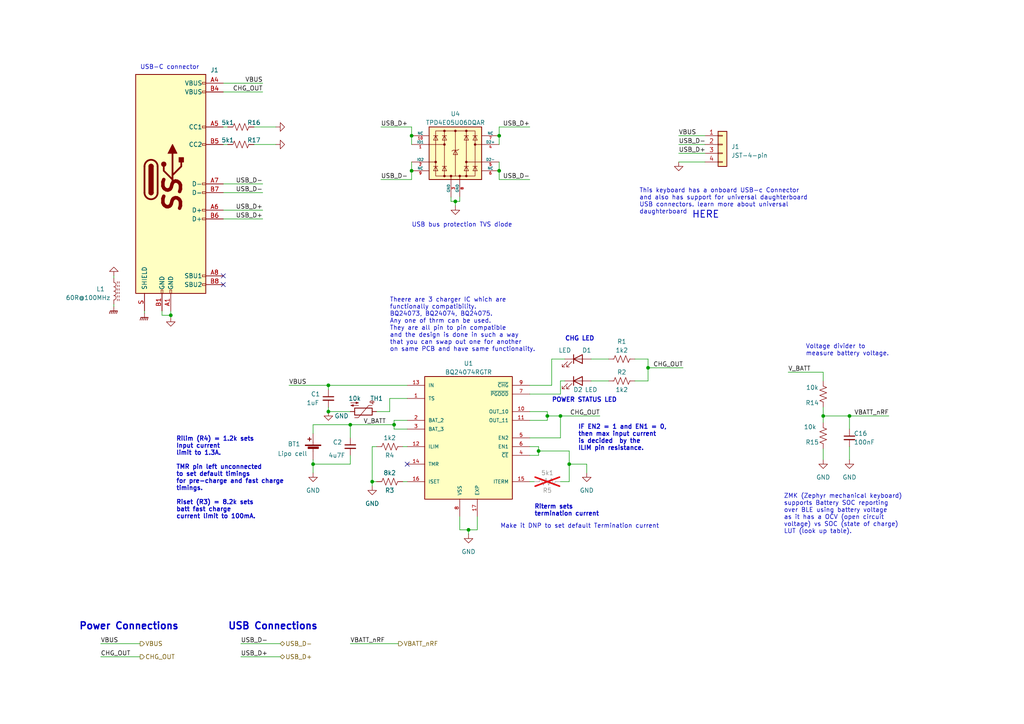
<source format=kicad_sch>
(kicad_sch (version 20231120) (generator "eeschema") (generator_version "8.0")
  (paper "A4")
  (title_block (title "USB and Power Path ") (date "2024-02-17") (rev "1.0") (company "HW-tinkerers"))
  (lib_symbols
    (symbol "Device:C_Small" (pin_numbers hide) (pin_names (offset 0.254) hide)
      (property "Reference" "C" (at 0.254 1.778 0))
      (property "Value" "C_Small" (at 0.254 -2.032 0))
      (symbol "C_Small_0_1"
        (polyline (pts (xy -1.524 -0.508) (xy 1.524 -0.508)) (stroke (width 0.3302)))
        (polyline (pts (xy -1.524 0.508) (xy 1.524 0.508)) (stroke (width 0.3048)))
      )
      (symbol "C_Small_1_1"
        (pin passive line (at 0 2.54 270) (length 2.032) (name "~") (number "1"))
        (pin passive line (at 0 -2.54 90) (length 2.032) (name "~") (number "2"))
      )
    )
    (symbol "GNDPWR_1" (power) (pin_numbers hide) (pin_names (offset 0) hide)
      (property "Value" "GNDPWR_1" (at 0 -3.302 0))
      (symbol "GNDPWR_1_0_1"
        (polyline (pts (xy 0 -1.27) (xy 0 0)))
        (polyline (pts (xy -1.016 -1.27) (xy -1.27 -2.032) (xy -1.27 -2.032)) (stroke (width 0.2032)))
        (polyline (pts (xy -0.508 -1.27) (xy -0.762 -2.032) (xy -0.762 -2.032)) (stroke (width 0.2032)))
        (polyline (pts (xy 0 -1.27) (xy -0.254 -2.032) (xy -0.254 -2.032)) (stroke (width 0.2032)))
        (polyline (pts (xy 0.508 -1.27) (xy 0.254 -2.032) (xy 0.254 -2.032)) (stroke (width 0.2032)))
        (polyline (pts (xy 1.016 -1.27) (xy -1.016 -1.27) (xy -1.016 -1.27)) (stroke (width 0.2032)))
        (polyline (pts (xy 1.016 -1.27) (xy 0.762 -2.032) (xy 0.762 -2.032) (xy 0.762 -2.032)) (stroke (width 0.2032)))
      )
      (symbol "GNDPWR_1_1_1"
        (pin power_in line (at 0 0 270) (length 0) hide (name "GNDPWR") (number "1"))
      )
    )
    (symbol "GND_1" (power) (pin_numbers hide) (pin_names (offset 0) hide)
      (property "Value" "GND_1" (at 0 -3.81 0))
      (symbol "GND_1_0_1"
        (polyline (pts (xy 0 0) (xy 0 -1.27) (xy 1.27 -1.27) (xy 0 -2.54) (xy -1.27 -1.27) (xy 0 -1.27)))
      )
      (symbol "GND_1_1_1"
        (pin power_in line (at 0 0 270) (length 0) hide (name "GND") (number "1"))
      )
    )
    (symbol "Unified-Daughterboard-rescue:L_Core_Ferrite-Device" (pin_numbers hide) (pin_names (offset 1.016) hide)
      (property "Reference" "L" (at -1.27 0 90))
      (property "Value" "L_Core_Ferrite-Device" (at 2.794 0 90))
      (symbol "L_Core_Ferrite-Device_0_1"
        (arc (start 0 -2.54) (mid 0.6323 -1.905) (end 0 -1.27))
        (arc (start 0 -1.27) (mid 0.6323 -0.635) (end 0 0))
        (polyline (pts (xy 1.016 -2.794) (xy 1.016 -2.286)))
        (polyline (pts (xy 1.016 -1.778) (xy 1.016 -1.27)))
        (polyline (pts (xy 1.016 -0.762) (xy 1.016 -0.254)))
        (polyline (pts (xy 1.016 0.254) (xy 1.016 0.762)))
        (polyline (pts (xy 1.016 1.27) (xy 1.016 1.778)))
        (polyline (pts (xy 1.016 2.286) (xy 1.016 2.794)))
        (polyline (pts (xy 1.524 -2.286) (xy 1.524 -2.794)))
        (polyline (pts (xy 1.524 -1.27) (xy 1.524 -1.778)))
        (polyline (pts (xy 1.524 -0.254) (xy 1.524 -0.762)))
        (polyline (pts (xy 1.524 0.762) (xy 1.524 0.254)))
        (polyline (pts (xy 1.524 1.778) (xy 1.524 1.27)))
        (polyline (pts (xy 1.524 2.794) (xy 1.524 2.286)))
        (arc (start 0 0) (mid 0.6323 0.635) (end 0 1.27))
        (arc (start 0 1.27) (mid 0.6323 1.905) (end 0 2.54))
      )
      (symbol "L_Core_Ferrite-Device_1_1"
        (pin passive line (at 0 3.81 270) (length 1.27) (name "1") (number "1"))
        (pin passive line (at 0 -3.81 90) (length 1.27) (name "2") (number "2"))
      )
    )
    (symbol "Unified-Daughterboard-rescue:TYPE-C-31-M12_13-acheronSymbols" (pin_names (offset 1.016))
      (property "Reference" "J" (at -1.27 35.56 0))
      (property "Value" "TYPE-C-31-M12_13-acheronSymbols" (at 10.16 33.02 0))
      (symbol "TYPE-C-31-M12_13-acheronSymbols_0_0"
        (rectangle (start -0.254 -31.75) (end 0.254 -30.734))
        (rectangle (start 10.16 -28.956) (end 9.144 -29.464))
        (rectangle (start 10.16 -26.416) (end 9.144 -26.924))
        (rectangle (start 10.16 -9.906) (end 9.144 -10.414))
        (rectangle (start 10.16 -7.366) (end 9.144 -7.874))
        (rectangle (start 10.16 -2.286) (end 9.144 -2.794))
        (rectangle (start 10.16 0.254) (end 9.144 -0.254))
        (rectangle (start 10.16 11.684) (end 9.144 11.176))
        (rectangle (start 10.16 16.764) (end 9.144 16.256))
        (rectangle (start 10.16 29.464) (end 9.144 28.956))
        (text "SS" (at 0.508 -3.175 900) (effects (font (size 5.08 5.08) (bold yes) (italic yes))))
      )
      (symbol "TYPE-C-31-M12_13-acheronSymbols_0_1"
        (rectangle (start -10.16 31.75) (end 10.16 -31.75) (stroke (width 0.254)) (fill (type background)))
        (arc (start -7.62 -2.54) (mid -5.715 -4.4367) (end -3.81 -2.54) (stroke (width 0.508)))
        (arc (start -6.35 -2.54) (mid -5.715 -3.1723) (end -5.08 -2.54) (stroke (width 0.254)))
        (arc (start -6.35 -2.54) (mid -5.715 -3.1723) (end -5.08 -2.54) (stroke (width 0.254)) (fill (type outline)))
        (rectangle (start -6.35 -2.54) (end -5.08 5.08) (stroke (width 0.254)) (fill (type outline)))
        (arc (start -5.08 5.08) (mid -5.715 5.7123) (end -6.35 5.08) (stroke (width 0.254)))
        (arc (start -5.08 5.08) (mid -5.715 5.7123) (end -6.35 5.08) (stroke (width 0.254)) (fill (type outline)))
        (arc (start -3.81 5.08) (mid -5.715 6.9767) (end -7.62 5.08) (stroke (width 0.508)))
        (circle (center -2.032 5.715) (radius 0.635) (stroke (width 0.254)) (fill (type outline)))
        (polyline (pts (xy -7.62 -2.54) (xy -7.62 5.08)) (stroke (width 0.508)))
        (polyline (pts (xy -3.81 5.08) (xy -3.81 -2.54)) (stroke (width 0.508)))
        (polyline (pts (xy 0.508 0) (xy 0.508 8.89)) (stroke (width 0.508)))
        (polyline (pts (xy 0.508 1.27) (xy -2.032 3.81) (xy -2.032 5.08)) (stroke (width 0.508)))
        (polyline (pts (xy 0.508 2.54) (xy 3.048 5.08) (xy 3.048 6.35)) (stroke (width 0.508)))
        (polyline (pts (xy -0.762 8.89) (xy 0.508 11.43) (xy 1.778 8.89) (xy -0.762 8.89)) (stroke (width 0.254)) (fill (type outline)))
        (rectangle (start 2.413 6.35) (end 3.683 7.62) (stroke (width 0.254)) (fill (type outline)))
      )
      (symbol "TYPE-C-31-M12_13-acheronSymbols_1_1"
        (rectangle (start -2.794 -31.75) (end -2.286 -30.734))
        (rectangle (start 10.16 26.924) (end 9.144 26.416))
        (pin power_out line (at 0 -36.83 90) (length 5.08) (name "GND") (number "A1"))
        (pin power_out line (at 15.24 29.21 180) (length 5.08) (name "VBUS") (number "A4"))
        (pin bidirectional line (at 15.24 16.51 180) (length 5.08) (name "CC1") (number "A5"))
        (pin bidirectional line (at 15.24 -7.62 180) (length 5.08) (name "D+") (number "A6"))
        (pin bidirectional line (at 15.24 0 180) (length 5.08) (name "D-") (number "A7"))
        (pin bidirectional line (at 15.24 -26.67 180) (length 5.08) (name "SBU1") (number "A8"))
        (pin power_out line (at -2.54 -36.83 90) (length 5.08) (name "GND") (number "B1"))
        (pin power_out line (at 15.24 26.67 180) (length 5.08) (name "VBUS") (number "B4"))
        (pin bidirectional line (at 15.24 11.43 180) (length 5.08) (name "CC2") (number "B5"))
        (pin bidirectional line (at 15.24 -10.16 180) (length 5.08) (name "D+") (number "B6"))
        (pin bidirectional line (at 15.24 -2.54 180) (length 5.08) (name "D-") (number "B7"))
        (pin bidirectional line (at 15.24 -29.21 180) (length 5.08) (name "SBU2") (number "B8"))
        (pin passive line (at -7.62 -36.83 90) (length 5.08) (name "SHIELD") (number "S"))
      )
    )
    (symbol "keyboard:BQ24074RGTR" (pin_names (offset 1.016))
      (property "Reference" "U1" (at 0 21.59 0))
      (property "Value" "BQ24074RGTR" (at 0 19.05 0))
      (symbol "BQ24074RGTR_0_0"
        (rectangle (start -12.7 -17.78) (end 12.7 17.78) (stroke (width 0.254)) (fill (type background)))
        (pin input line (at -17.78 11.43 0) (length 5.08) (name "TS") (number "1"))
        (pin output line (at 17.78 7.62 180) (length 5.08) (name "OUT_10") (number "10"))
        (pin output line (at 17.78 5.08 180) (length 5.08) (name "OUT_11") (number "11"))
        (pin input line (at -17.78 -2.54 0) (length 5.08) (name "ILIM") (number "12"))
        (pin input line (at -17.78 15.24 0) (length 5.08) (name "IN") (number "13"))
        (pin input line (at -17.78 -7.62 0) (length 5.08) (name "TMR") (number "14"))
        (pin input line (at 17.78 -12.7 180) (length 5.08) (name "ITERM") (number "15"))
        (pin bidirectional line (at -17.78 -12.7 0) (length 5.08) (name "ISET") (number "16"))
        (pin power_in line (at 2.54 -22.86 90) (length 5.08) (name "EXP") (number "17"))
        (pin bidirectional line (at -17.78 5.08 0) (length 5.08) (name "BAT_2") (number "2"))
        (pin bidirectional line (at -17.78 2.54 0) (length 5.08) (name "BAT_3") (number "3"))
        (pin input line (at 17.78 -5.08 180) (length 5.08) (name "~{CE}") (number "4"))
        (pin input line (at 17.78 0 180) (length 5.08) (name "EN2") (number "5"))
        (pin input line (at 17.78 -2.54 180) (length 5.08) (name "EN1") (number "6"))
        (pin output line (at 17.78 12.7 180) (length 5.08) (name "~{PGOOD}") (number "7"))
        (pin power_in line (at -2.54 -22.86 90) (length 5.08) (name "VSS") (number "8"))
        (pin output line (at 17.78 15.24 180) (length 5.08) (name "~{CHG}") (number "9"))
      )
    )
    (symbol "keyboard:Battery_Cell" (pin_numbers hide) (pin_names (offset 0) hide)
      (property "Reference" "BT1" (at 3.683 2.032 0))
      (property "Value" "Lipo cell" (at 1.651 -0.762 0))
      (symbol "Battery_Cell_0_1"
        (rectangle (start -2.286 1.778) (end 2.286 1.524) (fill (type outline)))
        (rectangle (start -1.5748 1.1938) (end 1.4732 0.6858) (fill (type outline)))
        (polyline (pts (xy 0 0.762) (xy 0 0)))
        (polyline (pts (xy 0 1.778) (xy 0 2.54)))
        (polyline (pts (xy 0.508 3.429) (xy 1.524 3.429)) (stroke (width 0.254)))
        (polyline (pts (xy 1.016 3.937) (xy 1.016 2.921)) (stroke (width 0.254)))
      )
      (symbol "Battery_Cell_1_1"
        (pin passive line (at 0 5.08 270) (length 2.54) (name "+") (number "1"))
        (pin passive line (at 0 -2.54 90) (length 2.54) (name "-") (number "2"))
      )
    )
    (symbol "keyboard:C_Small" (pin_numbers hide) (pin_names (offset 0.254) hide)
      (property "Reference" "C" (at 0.254 1.778 0))
      (property "Value" "C_Small" (at 0.254 -2.032 0))
      (symbol "C_Small_0_1"
        (polyline (pts (xy -1.524 -0.508) (xy 1.524 -0.508)) (stroke (width 0.3302)))
        (polyline (pts (xy -1.524 0.508) (xy 1.524 0.508)) (stroke (width 0.3048)))
      )
      (symbol "C_Small_1_1"
        (pin passive line (at 0 2.54 270) (length 2.032) (name "~") (number "1"))
        (pin passive line (at 0 -2.54 90) (length 2.032) (name "~") (number "2"))
      )
    )
    (symbol "keyboard:JST-4-pin" (pin_names (offset 1.016) hide)
      (property "Reference" "J" (at 0 5.08 0))
      (property "Value" "JST-4-pin" (at 0 -7.62 0))
      (symbol "JST-4-pin_1_1"
        (rectangle (start -1.27 -4.953) (end 0 -5.207) (stroke (width 0.1524)))
        (rectangle (start -1.27 -2.413) (end 0 -2.667) (stroke (width 0.1524)))
        (rectangle (start -1.27 0.127) (end 0 -0.127) (stroke (width 0.1524)))
        (rectangle (start -1.27 2.667) (end 0 2.413) (stroke (width 0.1524)))
        (rectangle (start -1.27 3.81) (end 1.27 -6.35) (stroke (width 0.254)) (fill (type background)))
        (pin passive line (at -5.08 2.54 0) (length 3.81) (name "Pin_1") (number "1"))
        (pin passive line (at -5.08 0 0) (length 3.81) (name "Pin_2") (number "2"))
        (pin passive line (at -5.08 -2.54 0) (length 3.81) (name "Pin_3") (number "3"))
        (pin passive line (at -5.08 -5.08 0) (length 3.81) (name "Pin_4") (number "4"))
      )
    )
    (symbol "keyboard:LED" (pin_numbers hide) (pin_names (offset 1.016) hide)
      (property "Reference" "D" (at 0 2.54 0))
      (property "Value" "LED" (at 0 -2.54 0))
      (symbol "LED_0_1"
        (polyline (pts (xy -1.27 -1.27) (xy -1.27 1.27)) (stroke (width 0.254)))
        (polyline (pts (xy -1.27 0) (xy 1.27 0)))
        (polyline (pts (xy 1.27 -1.27) (xy 1.27 1.27) (xy -1.27 0) (xy 1.27 -1.27)) (stroke (width 0.254)))
        (polyline (pts (xy -3.048 -0.762) (xy -4.572 -2.286) (xy -3.81 -2.286) (xy -4.572 -2.286) (xy -4.572 -1.524)))
        (polyline (pts (xy -1.778 -0.762) (xy -3.302 -2.286) (xy -2.54 -2.286) (xy -3.302 -2.286) (xy -3.302 -1.524)))
      )
      (symbol "LED_1_1"
        (pin passive line (at -3.81 0 0) (length 2.54) (name "K") (number "1"))
        (pin passive line (at 3.81 0 180) (length 2.54) (name "A") (number "2"))
      )
    )
    (symbol "keyboard:R_US" (pin_numbers hide) (pin_names (offset 0))
      (property "Reference" "R" (at 0 -2.54 0))
      (property "Value" "R_US" (at 0 2.54 0))
      (symbol "R_US_0_1"
        (polyline (pts (xy -2.286 0) (xy -2.54 0)))
        (polyline (pts (xy 2.286 0) (xy 2.54 0)))
        (polyline (pts (xy -0.762 0) (xy -1.143 -1.016) (xy -1.524 0) (xy -1.905 1.016) (xy -2.286 0)))
        (polyline (pts (xy 0.762 0) (xy 0.381 -1.016) (xy 0 0) (xy -0.381 1.016) (xy -0.762 0)))
        (polyline (pts (xy 2.286 0) (xy 1.905 -1.016) (xy 1.524 0) (xy 1.143 1.016) (xy 0.762 0)))
      )
      (symbol "R_US_1_1"
        (pin passive line (at 3.81 0 180) (length 1.27) (name "~") (number "1"))
        (pin passive line (at -3.81 0 0) (length 1.27) (name "~") (number "2"))
      )
    )
    (symbol "keyboard:Thermistor_NTC" (pin_numbers hide) (pin_names (offset 0))
      (property "Reference" "TH" (at -4.445 0 90))
      (property "Value" "Thermistor_NTC" (at 3.175 0 90))
      (symbol "Thermistor_NTC_0_1"
        (arc (start -3.048 2.159) (mid -3.0495 2.3143) (end -3.175 2.413))
        (arc (start -3.048 2.159) (mid -2.9736 1.9794) (end -2.794 1.905))
        (arc (start -3.048 2.794) (mid -2.9736 2.6144) (end -2.794 2.54))
        (arc (start -2.794 1.905) (mid -2.6144 1.9794) (end -2.54 2.159))
        (arc (start -2.794 2.54) (mid -2.4393 2.5587) (end -2.159 2.794))
        (arc (start -2.794 3.048) (mid -2.9736 2.9736) (end -3.048 2.794))
        (arc (start -2.54 2.794) (mid -2.6144 2.9736) (end -2.794 3.048))
        (rectangle (start -1.016 2.54) (end 1.016 -2.54) (stroke (width 0.254)))
        (polyline (pts (xy -2.54 2.159) (xy -2.54 2.794)))
        (polyline (pts (xy -1.778 2.54) (xy -1.778 1.524) (xy 1.778 -1.524) (xy 1.778 -2.54)))
        (polyline (pts (xy -2.54 -3.683) (xy -2.54 -1.397) (xy -2.794 -2.159) (xy -2.286 -2.159) (xy -2.54 -1.397) (xy -2.54 -1.651)) (fill (type outline)))
        (polyline (pts (xy -1.778 -1.397) (xy -1.778 -3.683) (xy -2.032 -2.921) (xy -1.524 -2.921) (xy -1.778 -3.683) (xy -1.778 -3.429)) (fill (type outline)))
      )
      (symbol "Thermistor_NTC_1_1"
        (pin passive line (at 0 3.81 270) (length 1.27) (name "~") (number "1"))
        (pin passive line (at 0 -3.81 90) (length 1.27) (name "~") (number "2"))
      )
    )
    (symbol "keyboard:USB-protection-diode" (pin_names (offset 0))
      (property "Reference" "U4" (at 0 11.8364 0))
      (property "Value" "TPD4E05U06DQAR" (at 0 9.525 0))
      (symbol "USB-protection-diode_0_0"
        (rectangle (start -5.715 6.477) (end 5.715 -6.604))
        (polyline (pts (xy -3.175 -6.604) (xy -3.175 6.477)))
        (polyline (pts (xy 0 6.477) (xy 0 -6.604)))
        (polyline (pts (xy 3.175 6.477) (xy 3.175 -6.604)))
      )
      (symbol "USB-protection-diode_0_1"
        (rectangle (start -7.62 7.62) (end 7.62 -7.62) (stroke (width 0.254)) (fill (type background)))
        (circle (center -5.715 -2.54) (radius 0.2794) (fill (type outline)))
        (circle (center -3.175 -6.604) (radius 0.2794) (fill (type outline)))
        (circle (center -3.175 2.54) (radius 0.2794) (fill (type outline)))
        (circle (center -3.175 6.477) (radius 0.2794) (fill (type outline)))
        (circle (center -1.27 -6.604) (radius 0.2794) (fill (type outline)))
        (polyline (pts (xy -7.747 2.54) (xy -3.175 2.54)))
        (polyline (pts (xy -7.62 -2.54) (xy -5.715 -2.54)))
        (polyline (pts (xy -5.08 -3.81) (xy -6.35 -3.81)))
        (polyline (pts (xy -5.08 5.08) (xy -6.35 5.08)))
        (polyline (pts (xy -2.54 -3.81) (xy -3.81 -3.81)))
        (polyline (pts (xy -2.54 5.08) (xy -3.81 5.08)))
        (polyline (pts (xy -1.27 -6.604) (xy -1.27 -7.62)))
        (polyline (pts (xy -0.635 0.889) (xy -1.016 0.635)))
        (polyline (pts (xy 0.635 0.889) (xy -0.635 0.889)))
        (polyline (pts (xy 0.635 0.889) (xy 1.016 1.143)))
        (polyline (pts (xy 3.81 -3.81) (xy 2.54 -3.81)))
        (polyline (pts (xy 3.81 5.08) (xy 2.54 5.08)))
        (polyline (pts (xy 6.35 -3.81) (xy 5.08 -3.81)))
        (polyline (pts (xy 6.35 5.08) (xy 5.08 5.08)))
        (polyline (pts (xy 7.62 -2.54) (xy 3.175 -2.54)))
        (polyline (pts (xy 7.62 2.54) (xy 5.715 2.54)))
        (polyline (pts (xy -5.08 -5.08) (xy -6.35 -5.08) (xy -5.715 -3.81) (xy -5.08 -5.08)))
        (polyline (pts (xy -5.08 3.81) (xy -6.35 3.81) (xy -5.715 5.08) (xy -5.08 3.81)))
        (polyline (pts (xy -2.54 -5.08) (xy -3.81 -5.08) (xy -3.175 -3.81) (xy -2.54 -5.08)))
        (polyline (pts (xy -2.54 3.81) (xy -3.81 3.81) (xy -3.175 5.08) (xy -2.54 3.81)))
        (polyline (pts (xy 0.635 -0.381) (xy -0.635 -0.381) (xy 0 0.889) (xy 0.635 -0.381)))
        (polyline (pts (xy 3.81 -5.08) (xy 2.54 -5.08) (xy 3.175 -3.81) (xy 3.81 -5.08)))
        (polyline (pts (xy 3.81 3.81) (xy 2.54 3.81) (xy 3.175 5.08) (xy 3.81 3.81)))
        (polyline (pts (xy 6.35 -5.08) (xy 5.08 -5.08) (xy 5.715 -3.81) (xy 6.35 -5.08)))
        (polyline (pts (xy 6.35 3.81) (xy 5.08 3.81) (xy 5.715 5.08) (xy 6.35 3.81)))
        (circle (center 0 6.477) (radius 0.2794) (fill (type outline)))
        (circle (center 3.175 -6.604) (radius 0.2794) (fill (type outline)))
        (circle (center 3.175 -2.54) (radius 0.2794) (fill (type outline)))
        (circle (center 3.175 6.477) (radius 0.2794) (fill (type outline)))
        (circle (center 5.715 2.54) (radius 0.2794) (fill (type outline)))
      )
      (symbol "USB-protection-diode_1_1"
        (polyline (pts (xy 1.27 -6.604) (xy 1.27 -7.62)))
        (circle (center 1.27 -6.604) (radius 0.2794) (fill (type outline)))
        (pin bidirectional line (at -12.7 2.54 0) (length 5.08) (name "IO1") (number "1"))
        (pin bidirectional line (at -12.7 5.08 0) (length 5.08) (name "NC") (number "10"))
        (pin bidirectional line (at -12.7 -2.54 0) (length 5.08) (name "IO2") (number "2"))
        (pin power_in line (at -1.27 -12.7 90) (length 5.08) (name "GND") (number "3"))
        (pin bidirectional line (at 12.7 2.54 180) (length 5.08) (name "D2+") (number "4"))
        (pin bidirectional line (at 12.7 -2.54 180) (length 5.08) (name "D2-") (number "5"))
        (pin bidirectional line (at 12.7 -5.08 180) (length 5.08) (name "NC") (number "6"))
        (pin bidirectional line (at 12.7 5.08 180) (length 5.08) (name "NC") (number "7"))
        (pin power_in line (at 1.27 -12.7 90) (length 5.08) (name "GND") (number "8"))
        (pin bidirectional line (at -12.7 -5.08 0) (length 5.08) (name "NC") (number "9"))
      )
    )
    (symbol "power:GND" (power) (pin_names (offset 0))
      (property "Value" "GND" (at 0 -3.81 0))
      (symbol "GND_0_1"
        (polyline (pts (xy 0 0) (xy 0 -1.27) (xy 1.27 -1.27) (xy 0 -2.54) (xy -1.27 -1.27) (xy 0 -1.27)))
      )
      (symbol "GND_1_1"
        (pin power_in line (at 0 0 270) (length 0) hide (name "GND") (number "1"))
      )
    )
  )
  (junction (at 101.6 123.19))
  (junction (at 95.25 111.76))
  (junction (at 156.21 130.81))
  (junction (at 119.38 39.37))
  (junction (at 158.75 120.65))
  (junction (at 132.08 58.42))
  (junction (at 135.89 153.67))
  (junction (at 119.38 49.53))
  (junction (at 49.53 91.44))
  (junction (at 187.96 106.68))
  (junction (at 165.1 134.62))
  (junction (at 162.56 120.65))
  (junction (at 95.25 119.38))
  (junction (at 107.95 139.7))
  (junction (at 90.805 134.62))
  (junction (at 144.78 49.53))
  (junction (at 238.76 120.65))
  (junction (at 144.78 39.37))
  (junction (at 114.3 123.19))
  (junction (at 246.38 120.65))
  (no_connect (at 64.77 80.01))
  (no_connect (at 64.77 82.55))
  (no_connect (at 118.11 134.62))
  (wire (pts (xy 153.67 139.7) (xy 154.94 139.7)))
  (wire (pts (xy 144.78 52.07) (xy 153.67 52.07)))
  (wire (pts (xy 101.6 123.19) (xy 114.3 123.19)))
  (wire (pts (xy 196.85 44.45) (xy 204.47 44.45)))
  (wire (pts (xy 116.84 129.54) (xy 118.11 129.54)))
  (wire (pts (xy 33.02 88.265) (xy 33.02 88.9)))
  (wire (pts (xy 160.02 104.14) (xy 163.83 104.14)))
  (wire (pts (xy 69.85 186.69) (xy 81.28 186.69)))
  (wire (pts (xy 101.6 186.69) (xy 115.57 186.69)))
  (wire (pts (xy 138.43 149.86) (xy 138.43 153.67)))
  (wire (pts (xy 163.83 110.49) (xy 162.56 110.49)))
  (wire (pts (xy 153.67 36.83) (xy 144.78 36.83)))
  (wire (pts (xy 107.95 139.7) (xy 107.95 140.97)))
  (wire (pts (xy 238.76 120.65) (xy 246.38 120.65)))
  (wire (pts (xy 64.77 53.34) (xy 76.2 53.34)))
  (wire (pts (xy 156.21 129.54) (xy 156.21 130.81)))
  (wire (pts (xy 246.38 129.54) (xy 246.38 133.35)))
  (wire (pts (xy 64.77 41.91) (xy 66.04 41.91)))
  (wire (pts (xy 238.76 120.65) (xy 238.76 122.555)))
  (wire (pts (xy 119.38 39.37) (xy 119.38 41.91)))
  (wire (pts (xy 109.22 139.7) (xy 107.95 139.7)))
  (wire (pts (xy 113.03 115.57) (xy 118.11 115.57)))
  (wire (pts (xy 170.18 134.62) (xy 170.18 137.16)))
  (wire (pts (xy 95.25 111.76) (xy 118.11 111.76)))
  (wire (pts (xy 113.03 119.38) (xy 113.03 115.57)))
  (wire (pts (xy 41.91 90.17) (xy 41.91 90.805)))
  (wire (pts (xy 153.67 129.54) (xy 156.21 129.54)))
  (wire (pts (xy 196.85 39.37) (xy 204.47 39.37)))
  (wire (pts (xy 246.38 120.65) (xy 257.81 120.65)))
  (wire (pts (xy 64.77 24.13) (xy 76.2 24.13)))
  (wire (pts (xy 49.53 90.17) (xy 49.53 91.44)))
  (wire (pts (xy 162.56 120.65) (xy 173.99 120.65)))
  (wire (pts (xy 119.38 46.99) (xy 119.38 49.53)))
  (wire (pts (xy 153.67 127) (xy 162.56 127)))
  (wire (pts (xy 144.78 36.83) (xy 144.78 39.37)))
  (wire (pts (xy 238.76 118.11) (xy 238.76 120.65)))
  (wire (pts (xy 156.21 130.81) (xy 156.21 132.08)))
  (wire (pts (xy 246.38 120.65) (xy 246.38 124.46)))
  (wire (pts (xy 187.96 104.14) (xy 187.96 106.68)))
  (wire (pts (xy 187.96 106.68) (xy 198.12 106.68)))
  (wire (pts (xy 135.89 153.67) (xy 138.43 153.67)))
  (wire (pts (xy 64.77 36.83) (xy 66.04 36.83)))
  (wire (pts (xy 162.56 114.3) (xy 153.67 114.3)))
  (wire (pts (xy 119.38 36.83) (xy 119.38 39.37)))
  (wire (pts (xy 132.08 58.42) (xy 132.08 59.69)))
  (wire (pts (xy 133.35 153.67) (xy 135.89 153.67)))
  (wire (pts (xy 165.1 134.62) (xy 165.1 139.7)))
  (wire (pts (xy 130.81 58.42) (xy 132.08 58.42)))
  (wire (pts (xy 135.89 153.67) (xy 135.89 154.94)))
  (wire (pts (xy 130.81 57.15) (xy 130.81 58.42)))
  (wire (pts (xy 73.66 41.91) (xy 80.01 41.91)))
  (wire (pts (xy 171.45 104.14) (xy 176.53 104.14)))
  (wire (pts (xy 144.78 49.53) (xy 144.78 52.07)))
  (wire (pts (xy 101.6 119.38) (xy 95.25 119.38)))
  (wire (pts (xy 69.85 190.5) (xy 81.28 190.5)))
  (wire (pts (xy 109.22 119.38) (xy 113.03 119.38)))
  (wire (pts (xy 29.21 190.5) (xy 40.64 190.5)))
  (wire (pts (xy 64.77 60.96) (xy 76.2 60.96)))
  (wire (pts (xy 228.6 107.95) (xy 238.76 107.95)))
  (wire (pts (xy 158.75 120.65) (xy 158.75 121.92)))
  (wire (pts (xy 114.3 121.92) (xy 114.3 123.19)))
  (wire (pts (xy 153.67 111.76) (xy 160.02 111.76)))
  (wire (pts (xy 64.77 63.5) (xy 76.2 63.5)))
  (wire (pts (xy 46.99 90.17) (xy 46.99 91.44)))
  (wire (pts (xy 49.53 91.44) (xy 49.53 92.075)))
  (wire (pts (xy 238.76 110.49) (xy 238.76 107.95)))
  (wire (pts (xy 132.08 58.42) (xy 133.35 58.42)))
  (wire (pts (xy 160.02 111.76) (xy 160.02 104.14)))
  (wire (pts (xy 64.77 55.88) (xy 76.2 55.88)))
  (wire (pts (xy 144.78 39.37) (xy 144.78 41.91)))
  (wire (pts (xy 187.96 106.68) (xy 187.96 110.49)))
  (wire (pts (xy 158.75 119.38) (xy 158.75 120.65)))
  (wire (pts (xy 118.11 121.92) (xy 114.3 121.92)))
  (wire (pts (xy 171.45 110.49) (xy 176.53 110.49)))
  (wire (pts (xy 153.67 132.08) (xy 156.21 132.08)))
  (wire (pts (xy 29.21 186.69) (xy 40.64 186.69)))
  (wire (pts (xy 90.805 137.16) (xy 90.805 134.62)))
  (wire (pts (xy 133.35 149.86) (xy 133.35 153.67)))
  (wire (pts (xy 162.56 127) (xy 162.56 120.65)))
  (wire (pts (xy 184.15 110.49) (xy 187.96 110.49)))
  (wire (pts (xy 114.3 124.46) (xy 118.11 124.46)))
  (wire (pts (xy 95.25 118.11) (xy 95.25 119.38)))
  (wire (pts (xy 107.95 129.54) (xy 107.95 139.7)))
  (wire (pts (xy 90.805 134.62) (xy 101.6 134.62)))
  (wire (pts (xy 83.82 111.76) (xy 95.25 111.76)))
  (wire (pts (xy 49.53 91.44) (xy 46.99 91.44)))
  (wire (pts (xy 95.25 113.03) (xy 95.25 111.76)))
  (wire (pts (xy 165.1 139.7) (xy 162.56 139.7)))
  (wire (pts (xy 90.805 125.73) (xy 90.805 123.19)))
  (wire (pts (xy 153.67 119.38) (xy 158.75 119.38)))
  (wire (pts (xy 238.76 130.175) (xy 238.76 133.35)))
  (wire (pts (xy 109.22 129.54) (xy 107.95 129.54)))
  (wire (pts (xy 119.38 49.53) (xy 119.38 52.07)))
  (wire (pts (xy 133.35 57.15) (xy 133.35 58.42)))
  (wire (pts (xy 110.49 52.07) (xy 119.38 52.07)))
  (wire (pts (xy 162.56 110.49) (xy 162.56 114.3)))
  (wire (pts (xy 114.3 123.19) (xy 114.3 124.46)))
  (wire (pts (xy 73.66 36.83) (xy 80.01 36.83)))
  (wire (pts (xy 90.805 133.35) (xy 90.805 134.62)))
  (wire (pts (xy 101.6 132.08) (xy 101.6 134.62)))
  (wire (pts (xy 144.78 46.99) (xy 144.78 49.53)))
  (wire (pts (xy 90.805 123.19) (xy 101.6 123.19)))
  (wire (pts (xy 196.85 46.99) (xy 204.47 46.99)))
  (wire (pts (xy 101.6 123.19) (xy 101.6 127)))
  (wire (pts (xy 116.84 139.7) (xy 118.11 139.7)))
  (wire (pts (xy 184.15 104.14) (xy 187.96 104.14)))
  (wire (pts (xy 33.02 80.01) (xy 33.02 80.645)))
  (wire (pts (xy 158.75 120.65) (xy 162.56 120.65)))
  (wire (pts (xy 64.77 26.67) (xy 76.2 26.67)))
  (wire (pts (xy 165.1 134.62) (xy 170.18 134.62)))
  (wire (pts (xy 110.49 36.83) (xy 119.38 36.83)))
  (wire (pts (xy 196.85 41.91) (xy 204.47 41.91)))
  (wire (pts (xy 165.1 130.81) (xy 165.1 134.62)))
  (wire (pts (xy 153.67 121.92) (xy 158.75 121.92)))
  (wire (pts (xy 156.21 130.81) (xy 165.1 130.81)))
  (text "Voltage divider to \nmeasure battery voltage.\n\n" (at 233.68 105.41 0) (effects (font (size 1.27 1.27)) (justify left bottom)))
  (text "Theere are 3 charger IC which are\nfunctionally compatibility.\nBQ24073, BQ24074, BQ24075.\nAny one of thrm can be used.\nThey are all pin to pin compatible \nand the design is done in such a way\nthat you can swap out one for another \non same PCB and have same functionality." (at 113.03 102.108 0) (effects (font (size 1.27 1.27)) (justify left bottom)))
  (text "CHG LED" (at 163.83 99.06 0) (effects (font (size 1.27 1.27) (bold yes)) (justify left bottom)))
  (text "This keyboard has a onboard USB-c Connector\nand also has support for universal daughterboard\nUSB connectors. learn more about universal\ndaughterboard " (at 185.42 62.23 0) (effects (font (size 1.27 1.27)) (justify left bottom)))
  (text "Riterm sets \ntermination current" (at 154.94 149.86 0) (effects (font (size 1.27 1.27) (bold yes)) (justify left bottom)))
  (text "USB bus protection TVS diode\n" (at 119.38 66.04 0) (effects (font (size 1.27 1.27)) (justify left bottom)))
  (text "USB Connections" (at 66.04 182.88 0) (effects (font (size 2 2) (thickness 0.4) (bold yes)) (justify left bottom)))
  (text "HERE" (at 200.66 63.5 0) (effects (font (size 2 2) (thickness 0.254) (bold yes)) (justify left bottom)))
  (text "USB-C connector" (at 40.64 20.32 0) (effects (font (size 1.27 1.27)) (justify left bottom)))
  (text "ZMK (Zephyr mechanical keyboard)\nsupports Battery SOC reporting \nover BLE using battery voltage \nas it has a OCV (open circuit\nvoltage) vs SOC (state of charge)\nLUT (look up table).\n" (at 227.33 154.94 0) (effects (font (size 1.27 1.27)) (justify left bottom)))
  (text "Rilim (R4) = 1.2k sets \nInput current \nlimit to 1.3A.\n\nTMR pin left unconnected \nto set default timings \nfor pre-charge and fast charge\ntimings.\n\nRiset (R3) = 8.2k sets \nbatt fast charge \ncurrent limit to 100mA." (at 51.054 150.622 0) (effects (font (size 1.27 1.27) (bold yes)) (justify left bottom)))
  (text "Power Connections" (at 22.86 182.88 0) (effects (font (size 2 2) (thickness 0.4) (bold yes)) (justify left bottom)))
  (text "POWER STATUS LED" (at 160.02 116.84 0) (effects (font (size 1.27 1.27) (bold yes)) (justify left bottom)))
  (text "IF EN2 = 1 and EN1 = 0,\nthen max input current \nis decided  by the \nILIM pin resistance." (at 167.64 130.81 0) (effects (font (size 1.27 1.27) (bold yes)) (justify left bottom)))
  (text "Make it DNP to set default Termination current" (at 168.148 152.654 0) (effects (font (size 1.27 1.27))))
  (label "VBATT_nRF" (at 257.81 120.65 180))
  (label "CHG_OUT" (at 173.99 120.65 180))
  (label "CHG_OUT" (at 76.2 26.67 180))
  (label "USB_D-" (at 110.49 52.07 0))
  (label "V_BATT" (at 105.41 123.19 0))
  (label "VBATT_nRF" (at 101.6 186.69 0))
  (label "CHG_OUT" (at 198.12 106.68 180))
  (label "USB_D+" (at 153.67 36.83 180))
  (label "USB_D-" (at 76.2 53.34 180))
  (label "USB_D-" (at 153.67 52.07 180))
  (label "USB_D+" (at 76.2 60.96 180))
  (label "USB_D-" (at 69.85 186.69 0))
  (label "V_BATT" (at 228.6 107.95 0))
  (label "USB_D+" (at 196.85 44.45 0))
  (label "VBUS" (at 83.82 111.76 0))
  (label "CHG_OUT" (at 29.21 190.5 0))
  (label "VBUS" (at 76.2 24.13 180))
  (label "USB_D-" (at 76.2 55.88 180))
  (label "VBUS" (at 29.21 186.69 0))
  (label "USB_D+" (at 110.49 36.83 0))
  (label "USB_D+" (at 69.85 190.5 0))
  (label "USB_D+" (at 76.2 63.5 180))
  (label "USB_D-" (at 196.85 41.91 0))
  (label "VBUS" (at 196.85 39.37 0))
  (hierarchical_label "USB_D+" (shape bidirectional) (at 81.28 190.5 0))
  (hierarchical_label "USB_D-" (shape bidirectional) (at 81.28 186.69 0))
  (hierarchical_label "CHG_OUT" (shape output) (at 40.64 190.5 0))
  (hierarchical_label "VBATT_nRF" (shape output) (at 115.57 186.69 0))
  (hierarchical_label "VBUS" (shape output) (at 40.64 186.69 0))
  (symbol (lib_name "GND_1") (lib_id "power:GND") (at 132.08 59.69 0) (unit 1)
    (property "Reference" "#PWR015" (effects (hide yes)))
    (property "Value" "GND" (effects (hide yes)))
    (instances (project "UDB" (path "" (reference "#PWR015") (unit 1))) (project "Keyboard_60%" (path "" (reference "#PWR033") (unit 1))))
  )
  (symbol (lib_id "keyboard:USB-protection-diode") (at 132.08 44.45 0) (unit 1)
    (property "Reference" "U4" (at 132.08 33.02 0))
    (property "Value" "TPD4E05U06DQAR" (at 132.08 35.56 0))
    (property "Footprint" "keyboard:USON-10" (effects (hide yes)))
    (property "Datasheet" "https://datasheet.lcsc.com/lcsc/1811132110_Texas-Instruments-TPD4E05U06DQAR_C138714.pdf" (effects (hide yes)))
    (property "PN" "TPD4E05U06DQAR" (effects (hide yes)))
    (property "LCSC Part Number" "C138714" (effects (hide yes)))
    (property "LCSC link" "https://www.lcsc.com/product-detail/ESD-Protection-Devices_Texas-Instruments-TPD4E05U06DQAR_C138714.html" (effects (hide yes)))
  )
  (symbol (lib_id "power:GND") (at 107.95 140.97 0) (unit 1)
    (property "Reference" "#PWR06" (effects (hide yes)))
    (property "Value" "GND" (at 107.95 146.05 0))
  )
  (symbol (lib_id "keyboard:LED") (at 167.64 110.49 0) (unit 1)
    (property "Reference" "D2" (at 167.64 113.03 0))
    (property "Value" "LED" (at 171.45 113.03 0))
    (property "Footprint" "keyboard:LED_0603_1608Metric" (effects (hide yes)))
    (property "Datasheet" "https://datasheet.lcsc.com/lcsc/1811100911_Orient-ORH-B36G_C193191.pdf" (effects (hide yes)))
    (property "PN" "ORH-B36G" (effects (hide yes)))
    (property "LCSC link" "https://www.lcsc.com/product-detail/Light-Emitting-Diodes-LED_Orient-ORH-B36G_C193191.html" (effects (hide yes)))
    (property "LCSC Part Number" "C193191" (effects (hide yes)))
  )
  (symbol (lib_id "keyboard:R_US") (at 69.85 41.91 180) (unit 1)
    (property "Reference" "R17" (at 73.66 40.64 0))
    (property "Value" "5k1" (at 66.04 40.64 0))
    (property "Footprint" "keyboard:R_0402_1005Metric" (effects (hide yes)))
    (property "Datasheet" "https://datasheet.lcsc.com/lcsc/2304140030_YAGEO-RC0402FR-075K1L_C105872.pdf" (effects (hide yes)))
    (property "PN" "RC0402FR-075K1L " (effects (hide yes)))
    (property "LCSC Part Number" "C105872" (effects (hide yes)))
    (property "LCSC link" "https://www.lcsc.com/product-detail/Chip-Resistor-Surface-Mount_YAGEO-RC0402FR-075K1L_C105872.html" (effects (hide yes)))
  )
  (symbol (lib_name "GND_1") (lib_id "power:GND") (at 33.02 80.01 180) (unit 1)
    (property "Reference" "#PWR016" (effects (hide yes)))
    (property "Value" "GND" (effects (hide yes)))
    (instances (project "UDB" (path "" (reference "#PWR016") (unit 1))) (project "Keyboard_60%" (path "" (reference "#PWR023") (unit 1))))
  )
  (symbol (lib_id "keyboard:R_US") (at 158.75 139.7 180) (unit 1) (exclude_from_sim yes) (in_bom no) (dnp yes)
    (property "Reference" "R5" (at 158.75 142.24 0))
    (property "Value" "5k1" (at 158.75 137.16 0))
    (property "Footprint" "keyboard:R_0402_1005Metric" (effects (hide yes)))
    (property "Datasheet" "https://datasheet.lcsc.com/lcsc/2304140030_YAGEO-RC0402FR-075K1L_C105872.pdf" (effects (hide yes)))
    (property "PN" "RC0402FR-075K1L " (effects (hide yes)))
    (property "LCSC Part Number" "C105872" (effects (hide yes)))
    (property "LCSC link" "https://www.lcsc.com/product-detail/Chip-Resistor-Surface-Mount_YAGEO-RC0402FR-075K1L_C105872.html" (effects (hide yes)))
  )
  (symbol (lib_id "keyboard:Battery_Cell") (at 90.805 130.81 0) (mirror y) (unit 1)
    (property "Reference" "BT1" (at 87.122 128.778 0) (effects (justify left)))
    (property "Value" "Lipo cell" (at 89.154 131.572 0) (effects (justify left)))
    (property "Footprint" "keyboard:JST-2-pin" (effects (hide yes)))
    (property "Datasheet" "https://datasheet.lcsc.com/lcsc/2102031704_JST-S2B-PH-SM4-TB-LF-SN_C295747.pdf?_gl=1*1ypqtxq*_ga*MTU4NjQwMTc1OS4xNjc2OTUzMTU3*_ga_98M84MKSZH*MTcxNTc0NzcxMC44NS4xLjE3MTU3NDk1MDAuMzYuMC4w" (effects (hide yes)))
    (property "LCSC link" "https://www.lcsc.com/product-detail/Wire-To-Board-Connector_JST-S2B-PH-SM4-TB-LF-SN_C295747.html" (effects (hide yes)))
    (property "PN" "JST S2B-PH-SM4-TB(LF)(SN) " (effects (hide yes)))
    (property "LCSC Part Number" "C295747" (effects (hide yes)))
  )
  (symbol (lib_name "GND_1") (lib_id "power:GND") (at 80.01 36.83 90) (unit 1)
    (property "Reference" "#PWR02" (effects (hide yes)))
    (property "Value" "GND" (effects (hide yes)))
    (instances (project "UDB" (path "" (reference "#PWR02") (unit 1))) (project "Keyboard_60%" (path "" (reference "#PWR036") (unit 1))))
  )
  (symbol (lib_id "power:GND") (at 238.76 133.35 0) (unit 1)
    (property "Reference" "#PWR020" (effects (hide yes)))
    (property "Value" "GND" (at 238.76 138.43 0))
  )
  (symbol (lib_id "power:GND") (at 170.18 137.16 0) (unit 1)
    (property "Reference" "#PWR05" (effects (hide yes)))
    (property "Value" "GND" (at 170.18 142.24 0))
  )
  (symbol (lib_id "power:GND") (at 135.89 154.94 0) (unit 1)
    (property "Reference" "#PWR03" (effects (hide yes)))
    (property "Value" "GND" (at 135.89 160.02 0))
  )
  (symbol (lib_id "keyboard:R_US") (at 180.34 104.14 0) (unit 1)
    (property "Reference" "R1" (at 180.34 99.06 0))
    (property "Value" "1k2" (at 180.34 101.6 0))
    (property "Footprint" "keyboard:R_0402_1005Metric" (effects (hide yes)))
    (property "Datasheet" "https://datasheet.lcsc.com/lcsc/2304140030_YAGEO-RC0402FR-071K2L_C138040.pdf" (effects (hide yes)))
    (property "PN" "RC0402FR-071K2L" (effects (hide yes)))
    (property "LCSC Part Number" "C138040" (effects (hide yes)))
    (property "LCSC link" "https://www.lcsc.com/product-detail/Chip-Resistor-Surface-Mount_YAGEO-RC0402FR-071K2L_C138040.html" (effects (hide yes)))
  )
  (symbol (lib_id "keyboard:BQ24074RGTR") (at 135.89 127 0) (unit 1)
    (property "Reference" "U1" (at 135.89 105.41 0))
    (property "Value" "BQ24074RGTR" (at 135.89 107.95 0))
    (property "Footprint" "keyboard:QFN-16" (effects (hide yes)))
    (property "Datasheet" "https://datasheet.lcsc.com/lcsc/1809192125_Texas-Instruments-BQ24074RGTR_C54313.pdf" (effects (hide yes)))
    (property "LCSC link" "https://www.lcsc.com/product-detail/Battery-Management-ICs_Texas-Instruments-BQ24074RGTR_C54313.html" (effects (hide yes)))
    (property "PN" "BQ24074RGTR" (effects (hide yes)))
    (property "LCSC Part Number" "C54313" (effects (hide yes)))
  )
  (symbol (lib_name "GNDPWR_1") (lib_id "power:GNDPWR") (at 33.02 88.9 0) (unit 1)
    (property "Reference" "#PWR017" (effects (hide yes)))
    (property "Value" "GNDPWR" (effects (hide yes)))
    (instances (project "UDB" (path "" (reference "#PWR017") (unit 1))) (project "Keyboard_60%" (path "" (reference "#PWR032") (unit 1))))
  )
  (symbol (lib_id "Unified-Daughterboard-rescue:L_Core_Ferrite-Device") (at 33.02 84.455 0) (unit 1)
    (property "Reference" "L1" (at 27.94 83.82 0) (effects (justify left)))
    (property "Value" "60R@100MHz" (at 19.05 86.36 0) (effects (justify left)))
    (property "Footprint" "keyboard:L_0603_1608Metric" (effects (hide yes)))
    (property "Datasheet" "https://datasheet.lcsc.com/lcsc/1912111437_TDK-MPZ1608S600ATDH5_C307775.pdf" (effects (hide yes)))
    (property "PN" "MPZ1608S600ATDH5" (effects (hide yes)))
    (property "LCSC Part Number" "C307775" (effects (hide yes)))
    (property "LCSC link" "https://www.lcsc.com/product-detail/Ferrite-Beads_TDK-MPZ1608S600ATDH5_C307775.html" (effects (hide yes)))
    (instances (project "UDB" (path "" (reference "L1") (unit 1))) (project "Keyboard_60%" (path "" (reference "L2") (unit 1))))
  )
  (symbol (lib_id "power:GND") (at 246.38 133.35 0) (unit 1)
    (property "Reference" "#PWR021" (effects (hide yes)))
    (property "Value" "GND" (at 246.38 138.43 0))
  )
  (symbol (lib_id "power:GND") (at 90.805 137.16 0) (unit 1)
    (property "Reference" "#PWR04" (effects (hide yes)))
    (property "Value" "GND" (at 90.805 142.24 0))
  )
  (symbol (lib_name "GND_1") (lib_id "power:GND") (at 80.01 41.91 90) (unit 1)
    (property "Reference" "#PWR04" (effects (hide yes)))
    (property "Value" "GND" (effects (hide yes)))
    (instances (project "UDB" (path "" (reference "#PWR04") (unit 1))) (project "Keyboard_60%" (path "" (reference "#PWR037") (unit 1))))
  )
  (symbol (lib_id "keyboard:R_US") (at 238.76 126.365 270) (unit 1)
    (property "Reference" "R15" (at 235.585 128.27 90))
    (property "Value" "10k" (at 234.95 123.825 90))
    (property "Footprint" "keyboard:R_0402_1005Metric" (effects (hide yes)))
    (property "Datasheet" "https://datasheet.lcsc.com/lcsc/2304140030_YAGEO-RC0402FR-0710KL_C60490.pdf" (effects (hide yes)))
    (property "PN" "RC0402FR-0710KL" (effects (hide yes)))
    (property "LCSC Part Number" "C60490" (effects (hide yes)))
    (property "LCSC link" "https://www.lcsc.com/product-detail/Chip-Resistor-Surface-Mount_YAGEO-RC0402FR-0710KL_C60490.html" (effects (hide yes)))
  )
  (symbol (lib_id "keyboard:Thermistor_NTC") (at 105.41 119.38 270) (unit 1)
    (property "Reference" "TH1" (at 109.22 115.57 90))
    (property "Value" "10k" (at 102.87 115.57 90))
    (property "Footprint" "keyboard:R_0402_1005Metric" (effects (hide yes)))
    (property "Datasheet" "https://datasheet.lcsc.com/lcsc/2110081230_Sunlord-SDNT1005X103F3950FTF_C95939.pdf" (effects (hide yes)))
    (property "PN" "SDNT1005X103F3950FTF" (effects (hide yes)))
    (property "LCSC Part Number" "C95939" (effects (hide yes)))
    (property "LCSC link" "https://www.lcsc.com/product-detail/span-style-background-color-ff0-NTC-span-Thermistors_Sunlord-SDNT1005X103F3950FTF_C95939.html" (effects (hide yes)))
  )
  (symbol (lib_id "keyboard:R_US") (at 180.34 110.49 0) (unit 1)
    (property "Reference" "R2" (at 180.34 107.95 0))
    (property "Value" "1k2" (at 180.34 113.03 0))
    (property "Footprint" "keyboard:R_0402_1005Metric" (effects (hide yes)))
    (property "Datasheet" "https://datasheet.lcsc.com/lcsc/2304140030_YAGEO-RC0402FR-071K2L_C138040.pdf" (effects (hide yes)))
    (property "PN" "RC0402FR-071K2L" (effects (hide yes)))
    (property "LCSC Part Number" "C138040" (effects (hide yes)))
    (property "LCSC link" "https://www.lcsc.com/product-detail/Chip-Resistor-Surface-Mount_YAGEO-RC0402FR-071K2L_C138040.html" (effects (hide yes)))
  )
  (symbol (lib_id "Unified-Daughterboard-rescue:TYPE-C-31-M12_13-acheronSymbols") (at 49.53 53.34 0) (unit 1)
    (property "Reference" "J1" (at 62.23 20.32 0))
    (property "Value" "TYPE-C-31-M12_13" (effects (hide yes)))
    (property "Footprint" "keyboard:tyye_c_connector" (effects (hide yes)))
    (property "Datasheet" "https://datasheet.lcsc.com/lcsc/2205251630_Korean-Hroparts-Elec-TYPE-C-31-M-12_C165948.pdf" (effects (hide yes)))
    (property "PN" "TYPE-C-31-M-12" (effects (hide yes)))
    (property "LCSC Part Number" "C165948" (effects (hide yes)))
    (property "LCSC link" "https://www.lcsc.com/product-detail/USB-Connectors_Korean-Hroparts-Elec-TYPE-C-31-M-12_C165948.html" (effects (hide yes)))
    (instances (project "UDB" (path "" (reference "J1") (unit 1))) (project "Keyboard_60%" (path "" (reference "J4") (unit 1))))
  )
  (symbol (lib_id "keyboard:R_US") (at 238.76 114.3 270) (unit 1)
    (property "Reference" "R14" (at 235.585 116.84 90))
    (property "Value" "10k" (at 235.585 112.395 90))
    (property "Footprint" "keyboard:R_0402_1005Metric" (effects (hide yes)))
    (property "Datasheet" "https://datasheet.lcsc.com/lcsc/2304140030_YAGEO-RC0402FR-0710KL_C60490.pdf" (effects (hide yes)))
    (property "PN" "RC0402FR-0710KL" (effects (hide yes)))
    (property "LCSC Part Number" "C60490" (effects (hide yes)))
    (property "LCSC link" "https://www.lcsc.com/product-detail/Chip-Resistor-Surface-Mount_YAGEO-RC0402FR-0710KL_C60490.html" (effects (hide yes)))
  )
  (symbol (lib_id "keyboard:R_US") (at 69.85 36.83 180) (unit 1)
    (property "Reference" "R16" (at 73.66 35.56 0))
    (property "Value" "5k1" (at 66.04 35.56 0))
    (property "Footprint" "keyboard:R_0402_1005Metric" (effects (hide yes)))
    (property "Datasheet" "https://datasheet.lcsc.com/lcsc/2304140030_YAGEO-RC0402FR-075K1L_C105872.pdf" (effects (hide yes)))
    (property "PN" "RC0402FR-075K1L " (effects (hide yes)))
    (property "LCSC Part Number" "C105872" (effects (hide yes)))
    (property "LCSC link" "https://www.lcsc.com/product-detail/Chip-Resistor-Surface-Mount_YAGEO-RC0402FR-075K1L_C105872.html" (effects (hide yes)))
  )
  (symbol (lib_name "GNDPWR_1") (lib_id "power:GNDPWR") (at 41.91 90.805 0) (unit 1)
    (property "Reference" "#PWR014" (effects (hide yes)))
    (property "Value" "GNDPWR" (effects (hide yes)))
    (instances (project "UDB" (path "" (reference "#PWR014") (unit 1))) (project "Keyboard_60%" (path "" (reference "#PWR022") (unit 1))))
  )
  (symbol (lib_id "Device:C_Small") (at 95.25 115.57 0) (unit 1)
    (property "Reference" "C1" (at 90.17 114.3 0) (effects (justify left)))
    (property "Value" "1uF" (at 88.9 116.84 0) (effects (justify left)))
    (property "Footprint" "keyboard:C_0603_1608Metric" (effects (hide yes)))
    (property "Datasheet" "https://datasheet.lcsc.com/lcsc/2209191700_Samsung-Electro-Mechanics-CL10A105KO8NNNC_C1592.pdf" (effects (hide yes)))
    (property "LCSC link" "https://www.lcsc.com/product-detail/Multilayer-Ceramic-Capacitors-MLCC-SMD-SMT_Samsung-Electro-Mechanics-CL10A105KO8NNNC_C1592.html" (effects (hide yes)))
    (property "PN" "CL10A105KO8NNNC" (effects (hide yes)))
    (property "LCSC Part Number" "C1592" (effects (hide yes)))
  )
  (symbol (lib_id "keyboard:R_US") (at 113.03 129.54 180) (unit 1)
    (property "Reference" "R4" (at 113.03 132.08 0))
    (property "Value" "1k2" (at 113.03 127 0))
    (property "Footprint" "keyboard:R_0402_1005Metric" (effects (hide yes)))
    (property "Datasheet" "https://datasheet.lcsc.com/lcsc/2304140030_YAGEO-RC0402FR-071K2L_C138040.pdf" (effects (hide yes)))
    (property "PN" "RC0402FR-071K2L" (effects (hide yes)))
    (property "LCSC Part Number" "C138040" (effects (hide yes)))
    (property "LCSC link" "https://www.lcsc.com/product-detail/Chip-Resistor-Surface-Mount_YAGEO-RC0402FR-071K2L_C138040.html" (effects (hide yes)))
  )
  (symbol (lib_id "keyboard:JST-4-pin") (at 209.55 41.91 0) (unit 1)
    (property "Reference" "J1" (at 212.09 42.545 0) (effects (justify left)))
    (property "Value" "JST-4-pin" (at 212.09 45.085 0) (effects (justify left)))
    (property "Footprint" "keyboard:JST-4-pin" (effects (hide yes)))
    (property "Datasheet" "https://datasheet.lcsc.com/lcsc/1811151533_JST-Sales-America-SM04B-SRSS-TB-LF-SN_C160404.pdf" (effects (hide yes)))
    (property "LCSC Part Number" "C160404" (effects (hide yes)))
    (property "LCSC link" "https://www.lcsc.com/product-detail/Wire-To-Board-Wire-To-Wire-Connector_JST-Sales-America-SM04B-SRSS-TB-LF-SN_C160404.html" (effects (hide yes)))
    (property "PN" "SM04B-SRSS-TB(LF)(SN)" (effects (hide yes)))
  )
  (symbol (lib_id "keyboard:C_Small") (at 246.38 127 0) (unit 1)
    (property "Reference" "C16" (at 247.65 125.73 0) (effects (justify left)))
    (property "Value" "100nF" (at 247.65 128.27 0) (effects (justify left)))
    (property "Footprint" "keyboard:C_0402_1005Metric" (effects (hide yes)))
    (property "Datasheet" "https://datasheet.lcsc.com/lcsc/2304140030_Samsung-Electro-Mechanics-CL05B104KO5NNNC_C1525.pdf" (effects (hide yes)))
    (property "PN" "CL05B104KO5NNNC" (effects (hide yes)))
    (property "LCSC Part Number" "C1525" (effects (hide yes)))
    (property "LCSC link" "https://www.lcsc.com/product-detail/Multilayer-Ceramic-Capacitors-MLCC-SMD-SMT_Samsung-Electro-Mechanics-CL05B104KO5NNNC_C1525.html" (effects (hide yes)))
  )
  (symbol (lib_id "keyboard:LED") (at 167.64 104.14 0) (unit 1)
    (property "Reference" "D1" (at 170.18 101.6 0))
    (property "Value" "LED" (at 163.83 101.6 0))
    (property "Footprint" "keyboard:LED_0603_1608Metric" (effects (hide yes)))
    (property "Datasheet" "https://datasheet.lcsc.com/lcsc/2211030000_XINGLIGHT-XL-1608SURC-06_C965799.pdf" (effects (hide yes)))
    (property "PN" "XL-1608SURC-06" (effects (hide yes)))
    (property "LCSC Part Number" "C965799" (effects (hide yes)))
    (property "LCSC link" "https://www.lcsc.com/product-detail/Light-Emitting-Diodes-LED_XINGLIGHT-XL-1608SURC-06_C965799.html" (effects (hide yes)))
  )
  (symbol (lib_name "GND_1") (lib_id "power:GND") (at 49.53 92.075 0) (unit 1)
    (property "Reference" "#PWR015" (effects (hide yes)))
    (property "Value" "GND" (effects (hide yes)))
    (instances (project "UDB" (path "" (reference "#PWR015") (unit 1))) (project "Keyboard_60%" (path "" (reference "#PWR034") (unit 1))))
  )
  (symbol (lib_id "Device:C_Small") (at 101.6 129.54 0) (unit 1)
    (property "Reference" "C2" (at 96.52 128.27 0) (effects (justify left)))
    (property "Value" "4u7F" (at 95.25 132.08 0) (effects (justify left)))
    (property "Footprint" "keyboard:C_0805_2012Metric" (effects (hide yes)))
    (property "Datasheet" "https://datasheet.lcsc.com/lcsc/2304140030_Samsung-Electro-Mechanics-CL21A475KAQNNNE_C1779.pdf" (effects (hide yes)))
    (property "LCSC link" "https://www.lcsc.com/product-detail/Multilayer-Ceramic-Capacitors-MLCC-SMD-SMT_Samsung-Electro-Mechanics-CL21A475KAQNNNE_C1779.html" (effects (hide yes)))
    (property "PN" "CL21A475KAQNNNE" (effects (hide yes)))
    (property "LCSC Part Number" "C1779" (effects (hide yes)))
  )
  (symbol (lib_name "GND_1") (lib_id "power:GND") (at 196.85 46.99 0) (unit 1)
    (property "Reference" "#PWR015" (effects (hide yes)))
    (property "Value" "GND" (effects (hide yes)))
    (instances (project "UDB" (path "" (reference "#PWR015") (unit 1))) (project "Keyboard_60%" (path "" (reference "#PWR02") (unit 1))))
  )
  (symbol (lib_id "power:GND") (at 95.25 119.38 0) (unit 1)
    (property "Reference" "#PWR01" (effects (hide yes)))
    (property "Value" "GND" (at 99.06 120.65 0))
  )
  (symbol (lib_id "keyboard:R_US") (at 113.03 139.7 180) (unit 1)
    (property "Reference" "R3" (at 113.03 142.24 0))
    (property "Value" "8k2" (at 113.03 137.16 0))
    (property "Footprint" "keyboard:R_0402_1005Metric" (effects (hide yes)))
    (property "Datasheet" "https://www.lcsc.com/datasheet/lcsc_datasheet_2304140030_Walsin-Tech-Corp-WR04X8201FTL_C170361.pdf" (effects (hide yes)))
    (property "PN" "WR04X8201FTL" (effects (hide yes)))
    (property "LCSC Part Number" "C170361" (effects (hide yes)))
    (property "LCSC link" "https://www.lcsc.com/product-detail/Chip-Resistor-Surface-Mount_Walsin-Tech-Corp-WR04X8201FTL_C170361.html" (effects (hide yes)))
  )
)
</source>
